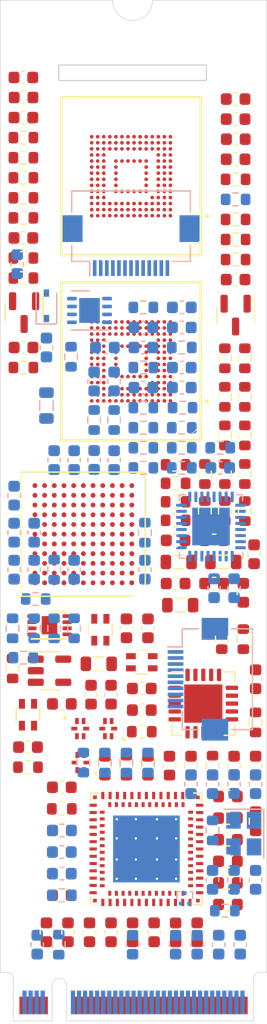
<source format=kicad_pcb>
(kicad_pcb (version 20211014) (generator pcbnew)
  (layers (0 "F.Cu" signal) (1 "In1.Cu" signal) (2 "In2.Cu" signal) (3 "In3.Cu" signal) (4 "In4.Cu" signal) (31 "B.Cu" signal) (34 "B.Paste" user) (35 "F.Paste" user) (36 "B.SilkS" user "B.Silkscreen") (37 "F.SilkS" user "F.Silkscreen") (38 "B.Mask" user) (39 "F.Mask" user) (44 "Edge.Cuts" user))
  (net 0 "")
  (net 1 "/Microntroller & Display/DISP_3V3")
  (net 2 "GND")
  (net 3 "Net-(C5-Pad1)")
  (net 4 "Net-(C6-Pad1)")
  (net 5 "/M.2 Edge & Bridge/U2_1.1V")
  (net 6 "/M.2 Edge & Bridge/U2_RST")
  (net 7 "/EMMC1/+3.3V")
  (net 8 "Net-(C24-Pad1)")
  (net 9 "Net-(C26-Pad1)")
  (net 10 "/M.2 Edge & Bridge/U2_3.3V")
  (net 11 "/M.2 Edge & Bridge/U2_3.3VA")
  (net 12 "Net-(C46-Pad2)")
  (net 13 "Net-(C47-Pad2)")
  (net 14 "/M.2 Edge & Bridge/M2_RX+")
  (net 15 "/M.2 Edge & Bridge/U2_TX+")
  (net 16 "/M.2 Edge & Bridge/M2_RX-")
  (net 17 "/M.2 Edge & Bridge/U2_TX-")
  (net 18 "Net-(C50-Pad1)")
  (net 19 "Net-(C50-Pad2)")
  (net 20 "Net-(C51-Pad1)")
  (net 21 "/Storage Controller/U4_AVDD")
  (net 22 "Net-(C54-Pad1)")
  (net 23 "/Storage Controller/U4_CVDDQ")
  (net 24 "/Storage Controller/U4_RXVDD")
  (net 25 "/Storage Controller/U4_TXVDD")
  (net 26 "Net-(C73-Pad1)")
  (net 27 "Net-(C76-Pad1)")
  (net 28 "Net-(C80-Pad1)")
  (net 29 "Net-(C82-Pad1)")
  (net 30 "Net-(C85-Pad1)")
  (net 31 "Net-(C89-Pad1)")
  (net 32 "Net-(D1-Pad2)")
  (net 33 "/Microntroller & Display/DISP_MISO")
  (net 34 "/Microntroller & Display/DISP_MOSI")
  (net 35 "/Microntroller & Display/DISP_SCK")
  (net 36 "/Microntroller & Display/DISP_RST")
  (net 37 "/Microntroller & Display/MCU_USB_D+")
  (net 38 "/Microntroller & Display/MCU_USB_D-")
  (net 41 "/Microntroller & Display/DISP_DC")
  (net 43 "Net-(J2-Pad11)")
  (net 73 "/M.2 Edge & Bridge/M2_TX-")
  (net 75 "/M.2 Edge & Bridge/M2_TX+")
  (net 76 "Net-(J3-Pad50)")
  (net 77 "Net-(J3-Pad52)")
  (net 78 "Net-(J3-Pad53)")
  (net 79 "Net-(J3-Pad54)")
  (net 80 "Net-(J3-Pad55)")
  (net 92 "Net-(R3-Pad1)")
  (net 93 "Net-(R7-Pad2)")
  (net 94 "/M.2 Edge & Bridge/U2_RX+")
  (net 95 "/M.2 Edge & Bridge/U2_RX-")
  (net 96 "Net-(R14-Pad1)")
  (net 97 "Net-(R15-Pad2)")
  (net 98 "Net-(R16-Pad2)")
  (net 99 "Net-(R17-Pad2)")
  (net 100 "Net-(R19-Pad1)")
  (net 101 "Net-(R20-Pad1)")
  (net 102 "Net-(R24-Pad1)")
  (net 103 "Net-(R26-Pad2)")
  (net 104 "Net-(R27-Pad2)")
  (net 105 "Net-(R28-Pad2)")
  (net 106 "/EMMC1/EMMC_D7")
  (net 107 "/EMMC1/EMMC_D6")
  (net 108 "/EMMC1/EMMC_D5")
  (net 109 "/EMMC1/EMMC_D4")
  (net 110 "/EMMC1/EMMC_D3")
  (net 111 "/EMMC1/EMMC_D2")
  (net 112 "/EMMC1/EMMC_D1")
  (net 113 "/EMMC1/EMMC_D0")
  (net 114 "/EMMC1/CMD")
  (net 115 "/EMMC1/RST")
  (net 116 "Net-(R43-Pad1)")
  (net 117 "/EMMC1/CLK")
  (net 118 "Net-(R44-Pad1)")
  (net 119 "/EMMC2/EMMC_D7")
  (net 120 "/EMMC2/EMMC_D6")
  (net 121 "/EMMC2/EMMC_D5")
  (net 122 "/EMMC2/EMMC_D4")
  (net 123 "/EMMC2/EMMC_D3")
  (net 124 "/EMMC2/EMMC_D2")
  (net 125 "/EMMC2/EMMC_D1")
  (net 126 "/EMMC2/EMMC_D0")
  (net 127 "/EMMC2/CMD")
  (net 128 "/EMMC2/RST")
  (net 129 "Net-(R56-Pad1)")
  (net 130 "/EMMC2/CLK")
  (net 131 "Net-(R57-Pad1)")
  (net 134 "Net-(U1-Pad5)")
  (net 175 "Net-(RN3-Pad4)")
  (net 187 "/M.2 Edge & Bridge/USB1_TX-")
  (net 188 "/M.2 Edge & Bridge/USB1_TX+")
  (net 189 "/M.2 Edge & Bridge/USB1_RX+")
  (net 190 "/M.2 Edge & Bridge/USB1_RX-")
  (net 191 "/M.2 Edge & Bridge/USB1_D+")
  (net 192 "/M.2 Edge & Bridge/USB1_D-")
  (net 198 "/EMMC2/EMMC_D5R")
  (net 199 "/EMMC2/EMMC_D6R")
  (net 206 "/Storage Controller/EMMC2_WP")
  (net 207 "/EMMC2/EMMC_D4R")
  (net 208 "/EMMC2/EMMC_D7R")
  (net 212 "/EMMC2/EMMC_D1R")
  (net 214 "/EMMC2/EMMC_D3R")
  (net 215 "/EMMC2/EMMC_D2R")
  (net 223 "/EMMC2/EMMC_D0R")
  (net 229 "/Storage Controller/EMMC1_WP")
  (net 237 "/EMMC1/EMMC_D6R")
  (net 238 "/EMMC1/EMMC_D7R")
  (net 246 "Net-(U4-PadH11)")
  (net 247 "/EMMC1/EMMC_D5R")
  (net 248 "/EMMC1/EMMC_D3R")
  (net 249 "/EMMC1/EMMC_D4R")
  (net 250 "/EMMC1/EMMC_D1R")
  (net 257 "/EMMC1/EMMC_D2R")
  (net 258 "/EMMC1/EMMC_D0R")
  (net 499 "Net-(RN3-Pad3)")
  (net 500 "Net-(R25-Pad2)")
  (net 501 "Net-(R24-Pad2)")
  (net 502 "Net-(R22-Pad1)")
  (net 503 "Net-(R21-Pad1)")
  (net 504 "Net-(R18-Pad2)")
  (net 505 "Net-(R18-Pad1)")
  (net 506 "Net-(L4-Pad2)")
  (net 507 "Net-(L4-Pad1)")
  (net 508 "Net-(L3-Pad2)")
  (net 509 "Net-(L3-Pad1)")
  (net 510 "Net-(L2-Pad4)")
  (net 511 "Net-(L2-Pad3)")
  (net 512 "Net-(L2-Pad2)")
  (net 513 "Net-(L2-Pad1)")
  (net 514 "Net-(C55-Pad1)")
  (net 515 "Net-(C47-Pad1)")
  (net 516 "Net-(C46-Pad1)")
  (footprint "Capacitor_SMD:C_0603_1608Metric" (layer "F.Cu") (at 216.408 134.62 -90)
    (fp_text reference "C31" hide)
    (fp_text value "10nF" hide)
  )
  (footprint "Resistor_SMD:R_0603_1608Metric" (layer "F.Cu") (at 202.057 74.168)
    (fp_text reference "R48" hide)
    (fp_text value "10K" hide)
  )
  (footprint "Resistor_SMD:R_0603_1608Metric" (layer "F.Cu") (at 202.438 121.031 180)
    (fp_text reference "R23" hide)
    (fp_text value "0" hide)
  )
  (footprint "Resistor_SMD:R_0603_1608Metric" (layer "F.Cu") (at 220.345 90.551 -90)
    (fp_text reference "R72" hide)
    (fp_text value "0" hide)
  )
  (footprint "Package_BGA:BGA153N50P14X14_1150X1300X100" (layer "F.Cu") (at 210.947 87.63 180)
    (fp_text reference "U5" hide)
    (fp_text value "MTFC32GAZAQHD-AAT" hide)
  )
  (footprint "Resistor_SMD:R_0603_1608Metric" (layer "F.Cu") (at 201.168 109.601 -90)
    (fp_text reference "R27" hide)
    (fp_text value "10K" hide)
  )
  (footprint "Resistor_SMD:R_0603_1608Metric" (layer "F.Cu") (at 219.583 79.248)
    (fp_text reference "R43" hide)
    (fp_text value "22" hide)
  )
  (footprint "Capacitor_SMD:C_0603_1608Metric" (layer "F.Cu") (at 214.63 102.362)
    (fp_text reference "C59" hide)
    (fp_text value "0.1uF" hide)
  )
  (footprint "Capacitor_SMD:C_0603_1608Metric" (layer "F.Cu") (at 211.836 114.554 180)
    (fp_text reference "C14" hide)
    (fp_text value "0.1uF" hide)
  )
  (footprint "Capacitor_SMD:C_0603_1608Metric" (layer "F.Cu") (at 218.948 125.222)
    (fp_text reference "C27" hide)
    (fp_text value "10nF" hide)
  )
  (footprint "Capacitor_SMD:C_0603_1608Metric" (layer "F.Cu") (at 207.645 115.062 90)
    (fp_text reference "C46" hide)
    (fp_text value "0.1uF" hide)
  )
  (footprint "Package_DFN_QFN:Texas_S-PWQFN-N100_EP5.5x5.5mm_ThermalVias" (layer "F.Cu") (at 212.217 127.762 90)
    (fp_text reference "U2" hide)
    (fp_text value "TUSB7320" hide)
  )
  (footprint "Resistor_SMD:R_0603_1608Metric" (layer "F.Cu") (at 219.583 74.295 180)
    (fp_text reference "R54" hide)
    (fp_text value "10K" hide)
  )
  (footprint "Resistor_SMD:R_0603_1608Metric" (layer "F.Cu") (at 214.63 99.187)
    (fp_text reference "R60" hide)
    (fp_text value "0" hide)
  )
  (footprint "Resistor_SMD:R_0603_1608Metric" (layer "F.Cu") (at 220.345 93.726 90)
    (fp_text reference "R70" hide)
    (fp_text value "0" hide)
  )
  (footprint "Resistor_SMD:R_0603_1608Metric" (layer "F.Cu") (at 202.057 69.215)
    (fp_text reference "R46" hide)
    (fp_text value "10K" hide)
  )
  (footprint "Capacitor_SMD:C_0603_1608Metric" (layer "F.Cu") (at 221.234 113.792 90)
    (fp_text reference "C26" hide)
    (fp_text value "10nF" hide)
  )
  (footprint "Resistor_SMD:R_0603_1608Metric" (layer "F.Cu") (at 220.345 87.376 90)
    (fp_text reference "R67" hide)
    (fp_text value "0" hide)
  )
  (footprint "Resistor_SMD:R_0603_1608Metric" (layer "F.Cu") (at 217.043 96.901 90)
    (fp_text reference "R64" hide)
    (fp_text value "0" hide)
  )
  (footprint "Capacitor_SMD:C_0603_1608Metric" (layer "F.Cu") (at 218.948 132.334)
    (fp_text reference "C30" hide)
    (fp_text value "10nF" hide)
  )
  (footprint "Resistor_SMD:R_0603_1608Metric" (layer "F.Cu") (at 218.694 96.901 90)
    (fp_text reference "R65" hide)
    (fp_text value "0" hide)
  )
  (footprint "Capacitor_SMD:C_0603_1608Metric" (layer "F.Cu") (at 207.518 134.62 -90)
    (fp_text reference "C21" hide)
    (fp_text value "0.1uF" hide)
  )
  (footprint "Resistor_SMD:R_0603_1608Metric" (layer "F.Cu") (at 202.057 72.517)
    (fp_text reference "R55" hide)
    (fp_text value "50K" hide)
  )
  (footprint "Capacitor_SMD:C_0603_1608Metric" (layer "F.Cu") (at 205.74 134.62 90)
    (fp_text reference "C49" hide)
    (fp_text value "0.1uF" hide)
  )
  (footprint "Package_TO_SOT_SMD:SOT-23-5" (layer "F.Cu") (at 204.216 113.091)
    (fp_text reference "U8" hide)
    (fp_text value "TLV75512PDBV" hide)
  )
  (footprint "Resistor_SMD:R_0603_1608Metric" (layer "F.Cu") (at 220.345 96.901 90)
    (fp_text reference "R68" hide)
    (fp_text value "0" hide)
  )
  (footprint "Capacitor_SMD:C_0603_1608Metric" (layer "F.Cu") (at 205.232 128.016 180)
    (fp_text reference "C20" hide)
    (fp_text value "0.1uF" hide)
  )
  (footprint "Capacitor_SMD:C_0603_1608Metric" (layer "F.Cu") (at 205.232 115.824 180)
    (fp_text reference "C53" hide)
    (fp_text value "0.1uF" hide)
  )
  (footprint "Capacitor_SMD:C_0603_1608Metric" (layer "F.Cu") (at 202.057 77.47)
    (fp_text reference "C85" hide)
    (fp_text value "1uF" hide)
  )
  (footprint "Inductor_SMD:L_0805_2012Metric" (layer "F.Cu") (at 208.28 112.522)
    (fp_text reference "L5" hide)
    (fp_text value "600 @ 2A" hide)
  )
  (footprint "Resistor_SMD:R_0603_1608Metric" (layer "F.Cu") (at 219.583 75.946 180)
    (fp_text reference "R53" hide)
    (fp_text value "10K" hide)
  )
  (footprint "Package_BGA:BGA153N50P14X14_1150X1300X100" (layer "F.Cu") (at 210.947 72.39 180)
    (fp_text reference "U11" hide)
    (fp_text value "MTFC32GAZAQHD-AAT" hide)
  )
  (footprint "Libraries:NGFF_M" (layer "F.Cu") (at 211.152 141.917047)
    (fp_text reference "J3" hide)
    (fp_text value "Bus_M.2_Socket_M" hide)
    (fp_line (start -9.925 -3.5) (end -9.925 0) (layer "Edge.Cuts") (width 0.05))
    (fp_line (start -5.525 -2.9) (end -5.525 0) (layer "Edge.Cuts") (width 0.05))
    (fp_line (start -9.925 0) (end -6.725 0) (layer "Edge.Cuts") (width 0.05))
    (fp_line (start 0 0) (end 9.925 0) (layer "Edge.Cuts") (width 0.05))
    (fp_line (start 10.425 -4) (end 11 -4) (layer "Edge.Cuts") (width 0.05))
    (fp_line (start -5.525 0) (end 0 0) (layer "Edge.Cuts") (width 0.05))
    (fp_line (start -6.725 0) (end -6.725 -2.9) (layer "Edge.Cuts") (width 0.05))
    (fp_line (start 9.925 0) (end 9.925 -3.5) (layer "Edge.Cuts") (width 0.05))
    (fp_line (start -11 -4) (end -10.425 -4) (layer "Edge.Cuts") (width 0.05))
    (fp_arc (start 9.925 -3.5) (mid 10.071447 -3.853553) (end 10.425 -4) (layer "Edge.Cuts") (width 0.05))
    (fp_arc (start -6.725 -2.9) (mid -6.125 -3.5) (end -5.525 -2.9) (layer "Edge.Cuts") (width 0.05))
    (fp_arc (start -10.425 -4) (mid -10.071447 -3.853553) (end -9.925 -3.5) (layer "Edge.Cuts") (width 0.05))
  )
  (footprint "Capacitor_SMD:C_0603_1608Metric" (layer "F.Cu") (at 205.232 122.682 180)
    (fp_text reference "C34" hide)
    (fp_text value "22uF" hide)
  )
  (footprint "Capacitor_SMD:C_0603_1608Metric" (layer "F.Cu") (at 212.344 120.904 90)
    (fp_text reference "C25" hide)
    (fp_text value "22uF" hide)
  )
  (footprint "Capacitor_SMD:C_0603_1608Metric" (layer "F.Cu") (at 218.948 128.778)
    (fp_text reference "C13" hide)
    (fp_text value "0.1uF" hide)
  )
  (footprint "Resistor_SMD:R_0603_1608Metric" (layer "F.Cu") (at 218.694 87.376 90)
    (fp_text reference "R73" hide)
    (fp_text value "0" hide)
  )
  (footprint "Capacitor_SMD:C_0603_1608Metric" (layer "F.Cu") (at 212.852 134.62 -90)
    (fp_text reference "C15" hide)
    (fp_text value "0.1uF" hide)
  )
  (footprint "Capacitor_SMD:C_0603_1608Metric" (layer "F.Cu") (at 211.074 134.62 -90)
    (fp_text reference "C17" hide)
    (fp_text value "0.1uF" hide)
  )
  (footprint "Capacitor_SMD:C_0603_1608Metric" (layer "F.Cu") (at 220.218 106.68 -90)
    (fp_text reference "C57" hide)
    (fp_text value "0.1uF" hide)
  )
  (footprint "Resistor_SMD:R_0603_1608Metric" (layer "F.Cu") (at 219.583 72.644)
    (fp_text reference "R56" hide)
    (fp_text value "22" hide)
  )
  (footprint "Capacitor_SMD:C_0603_1608Metric" (layer "F.Cu") (at 202.438 119.38)
    (fp_text reference "C54" hide)
    (fp_text value "10uF" hide)
  )
  (footprint "Capacitor_SMD:C_0603_1608Metric" (layer "F.Cu") (at 212.344 109.601 -90)
    (fp_text reference "C61" hide)
    (fp_text value "0.1uF" hide)
  )
  (footprint "Resistor_SMD:R_0603_1608Metric" (layer "F.Cu") (at 218.694 99.949 90)
    (fp_text reference "R62" hide)
    (fp_text value "0" hide)
  )
  (footprint "Capacitor_SMD:C_0603_1608Metric" (layer "F.Cu") (at 209.296 115.062 90)
    (fp_text reference "C47" hide)
    (fp_text value "0.1uF" hide)
  )
  (footprint "Resistor_SMD:R_0603_1608Metric" (layer "F.Cu") (at 205.232 126.238)
    (fp_text reference "R11" hide)
    (fp_text value "0" hide)
  )
  (footprint "Inductor_SMD:L_0805_2012Metric" (layer "F.Cu") (at 214.884 104.14 180)
    (fp_text reference "L7" hide)
    (fp_text value "600 @ 2A" hide)
  )
  (footprint "Capacitor_SMD:C_0603_1608Metric" (layer "F.Cu") (at 202.057 64.262 180)
    (fp_text reference "C83" hide)
    (fp_text value "4.7uF" hide)
  )
  (footprint "Resistor_SMD:R_0603_1608Metric" (layer "F.Cu") (at 221.234 117.348 90)
    (fp_text reference "R6" hide)
    (fp_text value "4.7K" hide)
  )
  (footprint "Resistor_SMD:R_0603_1608Metric" (layer "F.Cu") (at 201.168 112.903 -90)
    (fp_text reference "R30" hide)
    (fp_text value "0" hide)
  )
  (footprint "Capacitor_SMD:C_0603_1608Metric" (layer "F.Cu") (at 219.583 80.899)
    (fp_text reference "C76" hide)
    (fp_text value "1uF" hide)
  )
  (footprint "Capacitor_SMD:C_0603_1608Metric" (layer "F.Cu") (at 221.107 103.505 -90)
    (fp_text reference "C56" hide)
    (fp_text value "10nF" hide)
  )
  (footprint "Capacitor_SMD:C_0603_1608Metric" (layer "F.Cu") (at 218.948 127)
    (fp_text reference "C9" hide)
    (fp_text value "0.1uF" hide)
  )
  (footprint "Capacitor_SMD:C_0603_1608Metric" (layer "F.Cu") (at 202.057 67.564)
    (fp_text reference "C88" hide)
    (fp_text value "2.2uF" hide)
  )
  (footprint "Resistor_SMD:R_0603_1608Metric" (layer "F.Cu") (at 202.057 70.866)
    (fp_text reference "R51" hide)
    (fp_text value "10K" hide)
  )
  (footprint "Capacitor_SMD:C_0603_1608Metric" (layer "F.Cu") (at 218.948 130.556)
    (fp_text reference "C10" hide)
    (fp_text value "0.1uF" hide)
  )
  (footprint "Resistor_SMD:R_0603_1608Metric" (layer "F.Cu") (at 221.234 125.476 90)
    (fp_text reference "R18" hide)
    (fp_text value "9.09K" hide)
  )
  (footprint "Resistor_SMD:R_0603_1608Metric" (layer "F.Cu") (at 211.836 118.11)
    (fp_text reference "R5" hide)
    (fp_text value "0" hide)
  )
  (footprint "Capacitor_SMD:C_0603_1608Metric" (layer "F.Cu") (at 210.566 109.601 -90)
    (fp_text reference "C60" hide)
    (fp_text value "22uF" hide)
  )
  (footprint "Capacitor_SMD:C_0603_1608Metric" (layer "F.Cu") (at 219.596 69.342)
    (fp_text reference "C84" hide)
    (fp_text value "1uF" hide)
  )
  (footprint "Capacitor_SMD:C_0603_1608Metric" (layer "F.Cu") (at 218.948 123.444)
    (fp_text reference "C16" hide)
    (fp_text value "0.1uF" hide)
  )
  (footprint "Package_DFN_QFN:DFN-8-1EP_3x2mm_P0.5mm_EP1.3x1.5mm" (layer "F.Cu") (at 204.216 109.347)
    (fp_text reference "U9" hide)
    (fp_text value "24CS256" hide)
  )
  (footprint "Capacitor_SMD:C_0603_1608Metric" (layer "F.Cu") (at 211.836 116.332 180)
    (fp_text reference "C32" hide)
    (fp_text value "10nF" hide)
  )
  (footprint "Package_BGA:TFBGA-121_10x10mm_Layout11x11_P0.8mm" (layer "F.Cu") (at 207.01 101.854 180)
    (fp_text reference "U4" hide)
    (fp_text value "﻿CYUSB3025" hide)
  )
  (footprint "Resistor_SMD:R_0603_1608Metric" (layer "F.Cu") (at 214.63 96.139)
    (fp_text reference "R59" hide)
    (fp_text value "0" hide)
  )
  (footprint "Capacitor_SMD:C_0603_1608Metric" (layer "F.Cu") (at 214.63 134.629 -90)
    (fp_text reference "C8" hide)
    (fp_text value "22uF" hide)
  )
  (footprint "Capacitor_SMD:C_0603_1608Metric" (layer "F.Cu") (at 219.583 70.993)
    (fp_text reference "C82" hide)
    (fp_text value "0.1uF" hide)
  )
  (footprint "Resistor_SMD:R_0603_1608Metric" (layer "F.Cu") (at 217.043 99.949 90)
    (fp_text reference "R63" hide)
    (fp_text value "0" hide)
  )
  (footprint "Resistor_SMD:R_0603_1608Metric" (layer "F.Cu") (at 202.057 88.138)
    (fp_text reference "R45" hide)
    (fp_text value "0" hide)
  )
  (footprint "Inductor_SMD:L_0805_2012Metric" (layer "F.Cu") (at 215.011 107.696 180)
    (fp_text reference "L8" hide)
    (fp_text value "600 @ 2A" hide)
  )
  (footprint "Resistor_SMD:R_0603_1608Metric" (layer "F.Cu") (at 218.694 90.551 90)
    (fp_text reference "R71" hide)
    (fp_text value "0" hide)
  )
  (footprint "Resistor_SMD:R_0603_1608Metric" (layer "F.Cu") (at 214.63 97.663)
    (fp_text reference "R58" hide)
    (fp_text value "0" hide)
  )
  (footprint "Capacitor_SMD:C_0603_1608Metric" (layer "F.Cu") (at 205.232 129.794 180)
    (fp_text reference "C12" hide)
    (fp_text value "0.1uF" hide)
  )
  (footprint "Capacitor_SMD:C_0603_1608Metric" (layer "F.Cu") (at 219.456 120.904 -90)
    (fp_text reference "C22" hide)
    (fp_text value "0.1uF" hide)
  )
  (footprint "Capacitor_SMD:C_0603_1608Metric" (layer "F.Cu") (at 202.07 86.487)
    (fp_text reference "C86" hide)
    (fp_text value "1uF" hide)
  )
  (footprint "Package_TO_SOT_SMD:SOT-23" (layer "F.Cu") (at 202.118 83.6145 -90)
    (fp_text reference "U12" hide)
    (fp_text value "APE8865N-18-HF-3" hide)
  )
  (footprint "Libraries:FIL_LCFE121002A900TG" (layer "F.Cu") (at 206.756 117.856)
    (fp_text reference "L4" hide)
    (fp_text value "LCFE121002" hide)
  )
  (footprint "Libraries:FIL_LCFE121002A900TG" (layer "F.Cu") (at 209.066 117.856 180)
    (fp_text reference "L3" hide)
    (fp_text value "LCFE121002" hide)
  )
  (footprint "Resistor_SMD:R_0603_1608Metric" (layer "F.Cu") (at 205.232 124.46)
    (fp_text reference "R12" hide)
    (fp_text value "0" hide)
  )
  (footprint "Package_DFN_QFN:Texas_S-PVQFN-N20_EP3.15x3.15mm" (layer "F.Cu") (at 216.916 115.796)
    (fp_text reference "U6" hide)
    (fp_text value "TPS74401_VQFN" hide)
  )
  (footprint "Capacitor_SMD:C_0603_1608Metric" (layer "F.Cu") (at 221.234 120.904 -90)
    (fp_text reference "C24" hide)
    (fp_text value "10uF" hide)
  )
  (footprint "Resistor_SMD:R_0603_1608Metric" (layer "F.Cu") (at 220.218 110.49 90)
    (fp_text reference "R9" hide)
    (fp_text value "4.99K" hide)
  )
  (footprint "Resistor_SMD:R_Array_Convex_2x0603" (layer "F.Cu") (at 208.415 109.717 -90)
    (fp_text reference "RN2" hide)
    (fp_text value "0" hide)
  )
  (footprint "Capacitor_SMD:C_0603_1608Metric" (layer "F.Cu") (at 214.63 105.918)
    (fp_text reference "C58" hide)
    (fp_text value "22uF" hide)
  )
  (footprint "Libraries:FIL_LCFE121002A900TG" (layer "F.Cu") (at 206.78 120.65 180)
    (fp_text reference "L2" hide)
    (fp_text value "LCFE121002" hide)
  )
  (footprint "Resistor_SMD:R_Array_Convex_2x0603" (layer "F.Cu") (at 211.836 112.395)
    (fp_text reference "RN3" hide)
    (fp_text value "0" hide)
  )
  (footprint "Capacitor_SMD:C_0603_1608Metric" (layer "F.Cu") (at 219.583 66.04)
    (fp_text reference "C89" hide)
    (fp_text value "0.1uF" hide)
  )
  (footprint "Resistor_SMD:R_0603_1608Metric" (layer "F.Cu") (at 220.345 99.949 90)
    (fp_text reference "R66" hide)
    (fp_text value "0" hide)
  )
  (footprint "Resistor_SMD:R_0603_1608Metric" (layer "F.Cu") (at 218.44 110.49 -90)
    (fp_text reference "R7" hide)
    (fp_text value "1.87K" hide)
  )
  (footprint "Resistor_SMD:R_0603_1608Metric" (layer "F.Cu") (at 202.057 79.121)
    (fp_text reference "R47" hide)
    (fp_text value "10K" hide)
  )
  (footprint "Capacitor_SMD:C_0603_1608Metric" (layer "F.Cu") (at 208.788 120.904 90)
    (fp_text reference "C28" hide)
    (fp_text value "10nF" hide)
  )
  (footprint "Resistor_SMD:R_0603_1608Metric" (layer "F.Cu") (at 210.566 120.904 -90)
    (fp_text reference "R15" hide)
    (fp_text value "10K" hide)
  )
  (footprint "Resistor_SMD:R_0603_1608Metric" (layer "F.Cu") (at 219.583 77.597 180)
    (fp_text reference "R52" hide)
    (fp_text value "10K" hide)
  )
  (footprint "Capacitor_SMD:C_0603_1608Metric" (layer "F.Cu") (at 202.07 65.913)
    (fp_text reference "C87" hide)
    (fp_text value "0.1uF" hide)
  )
  (footprint "Resistor_SMD:R_0603_1608Metric" (layer "F.Cu") (at 202.057 80.772)
    (fp_text reference "R49" hide)
    (fp_text value "10K" hide)
  )
  (footprint "Resistor_SMD:R_0603_1608Metric" (layer "F.Cu") (at 214.63 100.711)
    (fp_text reference "R61" hide)
    (fp_text value "0" hide)
  )
  (footprint "Capacitor_SMD:C_0603_1608Metric" (layer "F.Cu") (at 217.805 105.918)
    (fp_text reference "C68" hide)
    (fp_text value "0.1uF" hide)
  )
  (footprint "Capacitor_SMD:C_0603_1608Metric" (layer "F.Cu") (at 219.583 67.691)
    (fp_text reference "C90" hide)
    (fp_text value "2.2uF" hide)
  )
  (footprint "Package_TO_SOT_SMD:SOT-23" (layer "F.Cu") (at 219.583 83.82 -90)
    (fp_text reference "U10" hide)
    (fp_text value "APE8865N-18-HF-3" hide)
  )
  (footprint "Resistor_SMD:R_0603_1608Metric" (layer "F.Cu") (at 202.057 75.819)
    (fp_text reference "R50" hide)
    (fp_text value "10K" hide)
  )
  (footprint "Inductor_SMD:L_0805_2012Metric" (layer "F.Cu") (at 218.567 104.14)
    (fp_text reference "L6" hide)
    (fp_text value "600 @ 2A" hide)
  )
  (footprint "Resistor_SMD:R_0603_1608Metric" (layer "F.Cu") (at 218.694 93.726 90)
    (fp_text reference "R69" hide)
    (fp_text value "0" hide)
  )
  (footprint "Capacitor_SMD:C_0603_1608Metric" (layer "F.Cu") (at 203.962 134.62 90)
    (fp_text reference "C48" hide)
    (fp_text value "0.1uF" hide)
  )
  (footprint "Capacitor_SMD:C_0603_1608Metric" (layer "F.Cu") (at 209.296 134.62 -90)
    (fp_text reference "C33" hide)
    (fp_text value "10nF" hide)
  )
  (footprint "Capacitor_SMD:C_0603_1608Metric" (layer "F.Cu") (at 215.9 120.904 90)
    (fp_text reference "C29" hide)
    (fp_text value "10nF" hide)
  )
  (footprint "Resistor_SMD:R_Array_Convex_2x0603" (layer "F.Cu") (at 202.438 116.713 -90)
    (fp_text reference "RN1" hide)
    (fp_text value "R_Pack02" hide)
  )
  (footprint "Capacitor_SMD:C_0603_1608Metric" (layer "F.Cu") (at 205.232 131.572 180)
    (fp_text reference "C18" hide)
    (fp_text value "0.1uF" hide)
  )
  (footprint "Resistor_SMD:R_0603_1608Metric" (layer "F.Cu") (at 217.678 120.904 90)
    (fp_text reference "R8" hide)
    (fp_text value "10K" hide)
  )
  (footprint "Capacitor_SMD:C_0603_1608Metric" (layer "F.Cu") (at 217.805 102.362)
    (fp_text reference "C70" hide)
    (fp_text value "10nF" hide)
  )
  (footprint "Capacitor_SMD:C_0603_1608Metric" (layer "F.Cu") (at 214.122 120.904 90)
    (fp_text reference "C11" hide)
    (fp_text value "0.1uF" hide)
  )
  (footprint "Package_DFN_QFN:DFN-8-1EP_3x3mm_P0.65mm_EP1.7x2.05mm" (layer "B.Cu") (at 207.518 83.439 180)
    (fp_text reference "U3" hide)
    (fp_text value "STLD40DPUR" hide)
  )
  (footprint "Capacitor_SMD:C_0603_1608Metric" (layer "B.Cu") (at 215.138 88.138 180)
    (fp_text reference "C80" hide)
    (fp_text value "0.1uF" hide)
  )
  (footprint "Capacitor_SMD:C_0603_1608Metric" (layer "B.Cu") (at 216.408 135.636 90)
    (fp_text reference "C36" hide)
    (fp_text value "0.1uF" hide)
  )
  (footprint "Capacitor_SMD:C_0603_1608Metric" (layer "B.Cu") (at 217.678 130.302 -90)
    (fp_text reference "C40" hide)
    (fp_text value "0.1uF" hide)
  )
  (footprint "Resistor_SMD:R_0603_1608Metric" (layer "B.Cu") (at 207.01 120.65 90)
    (fp_text reference "R1" hide)
    (fp_text value "0" hide)
  )
  (footprint "Resistor_SMD:R_0603_1608Metric" (layer "B.Cu") (at 209.55 92.456 90)
    (fp_text reference "R42" hide)
    (fp_text value "50K" hide)
  )
  (footprint "Capacitor_SMD:C_0603_1608Metric" (layer "B.Cu") (at 211.963 84.836)
    (fp_text reference "C4" hide)
    (fp_text value "1uF" hide)
  )
  (footprint "Capacitor_SMD:C_0603_1608Metric" (layer "B.Cu") (at 221.234 122.428 90)
    (fp_text reference "C50" hide)
    (fp_text value "18pF" hide)
  )
  (footprint "Capacitor_SMD:C_0603_1608Metric" (layer "B.Cu") (at 207.899 95.745 90)
    (fp_text reference "C64" hide)
    (fp_text value "0.1uF" hide)
  )
  (footprint "Capacitor_SMD:C_0603_1608Metric" (layer "B.Cu") (at 205.245 126.238 180)
    (fp_text reference "C44" hide)
    (fp_text value "10nF" hide)
  )
  (footprint "Capacitor_SMD:C_0603_1608Metric" (layer "B.Cu") (at 219.456 106.299 -90)
    (fp_text reference "C3" hide)
    (fp_text value "0.1uF" hide)
  )
  (footprint "Resistor_SMD:R_0603_1608Metric" (layer "B.Cu") (at 215.138 93.091 180)
    (fp_text reference "R40" hide)
    (fp_text value "10K" hide)
  )
  (footprint "Connector_FFC-FPC:Hirose_FH12-10S-0.5SH_1x10-1MP_P0.50mm_Horizontal" (layer "B.Cu") (at 216.474 113.792 -90)
    (fp_text reference "J1" hide)
    (fp_text value "Conn_01x10" hide)
  )
  (footprint "Resistor_SMD:R_0603_1608Metric" (layer "B.Cu") (at 218.313 94.742 180)
    (fp_text reference "R38" hide)
    (fp_text value "10K" hide)
  )
  (footprint "Capacitor_SMD:C_0603_1608Metric" (layer "B.Cu") (at 219.456 122.415 90)
    (fp_text reference "C38" hide)
    (fp_text value "0.1uF" hide)
  )
  (footprint "Capacitor_SMD:C_0603_1608Metric" (layer "B.Cu") (at 205.232 128.016 180)
    (fp_text reference "C45" hide)
    (fp_text value "22uF" hide)
  )
  (footprint "Resistor_SMD:R_0603_1608Metric" (layer "B.Cu") (at 219.583 74.295)
    (fp_text reference "R57" hide)
    (fp_text value "50K" hide)
  )
  (footprint "Capacitor_SMD:C_0603_1608Metric" (layer "B.Cu") (at 215.9 122.428 90)
    (fp_text reference "C41" hide)
    (fp_text value "0.1uF" hide)
  )
  (footprint "Capacitor_SMD:C_0603_1608Metric" (layer "B.Cu") (at 201.295 104.775 -90)
    (fp_text reference "C55" hide)
    (fp_text value "10uF" hide)
  )
  (footprint "Capacitor_SMD:C_0603_1608Metric" (layer "B.Cu") (at 202.946 101.727 -90)
    (fp_text reference "C63" hide)
    (fp_text value "0.1uF" hide)
  )
  (footprint "Capacitor_SMD:C_0603_1608Metric" (layer "B.Cu") (at 209.55 95.758 90)
    (fp_text reference "C72" hide)
    (fp_text value "10nF" hide)
  )
  (footprint "Resistor_SMD:R_0603_1608Metric" (layer "B.Cu") (at 218.694 132.842)
    (fp_text reference "R14" hide)
    (fp_text value "4.7K" hide)
  )
  (footprint "Capacitor_SMD:C_0603_1608Metric" (layer "B.Cu") (at 203.2 135.636 90)
    (fp_text reference "C35" hide)
    (fp_text value "0.1uF" hide)
  )
  (footprint "Inductor_SMD:L_0805_2012Metric" (layer "B.Cu") (at 203.962 91.2665 -90)
    (fp_text reference "L1" hide)
    (fp_text value "4.7uH" hide)
  )
  (footprint "Capacitor_SMD:C_0603_1608Metric" (layer "B.Cu") (at 209.55 89.281 -90)
    (fp_text reference "C73" hide)
    (fp_text value "0.1uF" hide)
  )
  (footprint "Resistor_SMD:R_0603_1608Metric" (layer "B.Cu") (at 204.597 104.775 -90)
    (fp_text reference "R21" hide)
    (fp_text value "6.04K" hide)
  )
  (footprint "Crystal:Crystal_SMD_3225-4Pin_3.2x2.5mm" (layer "B.Cu") (at 220.257 126.492 -90)
    (fp_text reference "Y1" hide)
    (fp_text value "48MHz" hide)
  )
  (footprint "Inductor_SMD:L_0603_1608Metric" (layer "B.Cu") (at 211.074 135.636 90)
    (fp_text reference "FB1" hide)
    (fp_text value "220 @ 100MHz" hide)
  )
  (footprint "Resistor_SMD:R_0603_1608Metric" (layer "B.Cu") (at 203.073 107.188 180)
    (fp_text reference "R28" hide)
    (fp_text value "10K" hide)
  )
  (footprint "Capacitor_SMD:C_0603_1608Metric" (layer "B.Cu") (at 215.138 83.185)
    (fp_text reference "C7" hide)
    (fp_text value "1uF" hide)
  )
  (footprint "Capacitor_SMD:C_0603_1608Metric" (layer "B.Cu") (at 211.963 89.789)
    (fp_text reference "C79" hide)
    (fp_text value "2.2uF" hide)
  )
  (footprint "Resistor_SMD:R_0603_1608Metric" (layer "B.Cu") (at 215.138 86.487 180)
    (fp_text reference "R44" hide)
    (fp_text value "50K" hide)
  )
  (footprint "Resistor_SMD:R_0603_1608Metric" (layer "B.Cu") (at 215.138 94.742 180)
    (fp_text reference "R34" hide)
    (fp_text value "10K" hide)
  )
  (footprint "Capacitor_SMD:C_0603_1608Metric" (layer "B.Cu") (at 201.549 79.629 90)
    (fp_text reference "C2" hide)
    (fp_text value "0.1uF" hide)
  )
  (footprint "Capacitor_SMD:C_0603_1608Metric" (layer "B.Cu") (at 219.964 135.636 90)
    (fp_text reference "C37" hide)
    (fp_text value "0.1uF" hide)
  )
  (footprint "Capacitor_SMD:C_0603_1608Metric" (layer "B.Cu") (at 204.597 95.758 90)
    (fp_text reference "C67" hide)
    (fp_text value "0.1uF" hide)
  )
  (footprint "Resistor_SMD:R_0603_1608Metric" (layer "B.Cu") (at 210.566 120.65 -90)
    (fp_text reference "R16" hide)
    (fp_text value "10K" hide)
  )
  (footprint "Capacitor_SMD:C_0603_1608Metric" (layer "B.Cu") (at 212.09 104.775 -90)
    (fp_text reference "C66" hide)
    (fp_text value "0.1uF" hide)
  )
  (footprint "Resistor_SMD:R_0603_1608Metric" (layer "B.Cu") (at 205.232 131.572)
    (fp_text reference "R17" hide)
    (fp_text value "10K" hide)
  )
  (footprint "Resistor_SMD:R_0603_1608Metric" (layer "B.Cu") (at 204.978 135.636 90)
    (fp_text reference "R10" hide)
    (fp_text value "0" hide)
  )
  (footprint "Capacitor_SMD:C_0603_1608Metric" (layer "B.Cu") (at 218.186 135.636 90)
    (fp_text reference "C23" hide)
    (fp_text value "10uF" hide)
  )
  (footprint "Package_DFN_QFN:QFN-32-1EP_5x5mm_P0.5mm_EP3.1x3.1mm" (layer "B.Cu") (at 217.551 101.219 90)
    (fp_text reference "U1" hide)
    (fp_text value "ATmega8U2-M" hide)
  )
  (footprint "Capacitor_SMD:C_0603_1608Metric" (layer "B.Cu") (at 201.295 101.727 -90)
    (fp_text reference "C69" hide)
    (fp_text value "10nF" hide)
  )
  (footprint "Capacitor_SMD:C_0603_1608Metric" (layer "B.Cu") (at 221.234 130.302 -90)
    (fp_text reference "C51" hide)
    (fp_text value "18pF" hide)
  )
  (footprint "Resistor_SMD:R_0603_1608Metric" (layer "B.Cu") (at 212.344 120.65 90)
    (fp_text reference "R20" hide)
    (fp_text value "0" hide)
  )
  (footprint "Capacitor_SMD:C_0603_1608Metric" (layer "B.Cu") (at 205.232 129.794 180)
    (fp_text reference "C19" hide)
    (fp_text value "0.1uF" hide)
  )
  (footprint "Resistor_SMD:R_0603_1608Metric" (layer "B.Cu") (at 202.057 112.014 180)
    (fp_text reference "R29" hide)
    (fp_text value "0" hide)
  )
  (footprint "Resistor_SMD:R_0603_1608Metric" (layer "B.Cu") (at 201.168 109.601 -90)
    (fp_text reference "R31" hide)
    (fp_text value "0" hide)
  )
  (footprint "Resistor_SMD:R_0603_1608Metric" (layer "B.Cu") (at 202.946 109.601 -90)
    (fp_text reference "R26" hide)
    (fp_text value "10K" hide)
  )
  (footprint "Capacitor_SMD:C_0603_1608Metric" (layer "B.Cu") (at 211.963 86.487)
    (fp_text reference "C77" hide)
    (fp_text value "1uF" hide)
  )
  (footprint "Capacitor_SMD:C_0603_1608Metric" (layer "B.Cu") (at 207.899 89.281 -90)
    (fp_text reference "C75" hide)
    (fp_text value "1uF" hide)
  )
  (footprint "Resistor_SMD:R_0603_1608Metric" (layer "B.Cu") (at 211.963 96.393)
    (fp_text reference "R37" hide)
    (fp_text value "10K" hide)
  )
  (footprint "Resistor_SMD:R_0603_1608Metric" (layer "B.Cu") (at 212.09 101.727 90)
    (fp_text reference "R22" hide)
    (fp_text value "200" hide)
  )
  (footprint "Capacitor_SMD:C_0603_1608Metric" (layer "B.Cu") (at 214.63 135.636 -90)
    (fp_text reference "C43" hide)
    (fp_text value "10nF" hide)
  )
  (footprint "Capacitor_SMD:C_0603_1608Metric" (layer "B.Cu") (at 201.295 98.679 90)
    (fp_text reference "C71" hide)
    (fp_text value "10nF" hide)
  )
  (footprint "Resistor_SMD:R_0603_1608Metric" (layer "B.Cu") (at 217.678 126.238 -90)
    (fp_text reference "R13" hide)
    (fp_text value "1M" hide)
  )
  (footprint "Resistor_SMD:R_0603_1608Metric" (layer "B.Cu") (at 215.138 96.393)
    (fp_text reference "R2" hide)
    (fp_text value "10K" hide)
  )
  (footprint "Diode_SMD:D_SOD-323" (layer "B.Cu") (at 203.962 83.058 90)
    (fp_text reference "D1" hide)
    (fp_text value "NSR0340HT1G" hide)
  )
  (footprint "Package_TO_SOT_SMD:Texas_DRT-3" (layer "B.Cu") (at 215.392 131.826 180)
    (fp_text reference "U7" hide)
    (fp_text value "TPD2EUSB30" hide)
  )
  (footprint "Capacitor_SMD:C_0603_1608Metric" (layer "B.Cu") (at 217.805 106.299 -90)
    (fp_text reference "C1" hide)
    (fp_text value "0.1uF" hide)
  )
  (footprint "Resistor_SMD:R_0603_1608Metric" (layer "B.Cu") (at 204.597 109.601 -90)
    (fp_text reference "R25" hide)
    (fp_text value "2K" hide)
  )
  (footprint "Capacitor_SMD:C_0603_1608Metric" (layer "B.Cu") (at 208.788 86.487)
    (fp_text reference "C78" hide)
    (fp_text value "0.1uF" hide)
  )
  (footprint "Resistor_SMD:R_0603_1608Metric" (layer "B.Cu") (at 211.963 88.138 180)
    (fp_text reference "R41" hide)
    (fp_text value "10K" hide)
  )
  (footprint "Resistor_SMD:R_0603_1608Metric" (layer "B.Cu") (at 211.963 93.091)
    (fp_text reference "R36" hide)
    (fp_text value "10K" hide)
  )
  (footprint "Capacitor_SMD:C_0603_1608Metric" (layer "B.Cu") (at 203.962 86.487 -90)
    (fp_text reference "C5" hide)
    (fp_text value "4.7uF" hide)
  )
  (footprint "Capacitor_SMD:C_0603_1608Metric" (layer "B.Cu") (at 218.313 96.393)
    (fp_text reference "C6" hide)
    (fp_text value "1uF" hide)
  )
  (footprint "Resistor_SMD:R_0603_1608Metric" (layer "B.Cu") (at 208.788 120.65 90)
    (fp_text reference "R19" hide)
    (fp_text value "0" hide)
  )
  (footprint "Capacitor_SMD:C_0603_1608Metric" (layer "B.Cu") (at 202.946 104.775 -90)
    (fp_text reference "C62" hide)
    (fp_text value "22uF" hide)
  )
  (footprint "Resistor_SMD:R_0603_1608Metric" (layer "B.Cu") (at 211.963 94.742)
    (fp_text reference "R35" hide)
    (fp_text value "10K" hide)
  )
  (footprint "Resistor_SMD:R_0603_1608Metric" (layer "B.Cu") (at 207.899 92.456 90)
    (fp_text reference "R32" hide)
    (fp_text value "0" hide)
  )
  (footprint "Resistor_SMD:R_0603_1608Metric" (layer "B.Cu") (at 205.994 87.249 -90)
    (fp_text reference "R4" hide)
    (fp_text value "8" hide)
  )
  (footprint "Resistor_SMD:R_0603_1608Metric" (layer "B.Cu") (at 211.963 91.44)
    (fp_text reference "R33" hide)
    (fp_text value "10K" hide)
  )
  (footprint "Connector_FFC-FPC:Hirose_FH12-13S-0.5SH_1x13-1MP_P0.50mm_Horizontal" (layer "B.Cu") (at 210.947 78.105)
    (fp_text reference "J2" hide)
    (fp_text value "Conn_01x13" hide)
  )
  (footprint "Resistor_SMD:R_0603_1608Metric" (layer "B.Cu") (at 211.963 83.185)
    (fp_text reference "R3" hide)
    (fp_text value "24K" hide)
  )
  (footprint "Resistor_SMD:R_0603_1608Metric" (layer "B.Cu") (at 206.248 109.601 -90)
    (fp_text reference "R24" hide)
    (fp_text value "2K" hide)
  )
  (footprint "Capacitor_SMD:C_0603_1608Metric" (layer "B.Cu") (at 215.138 89.789 180)
    (fp_text reference "C81" hide)
    (fp_text value "2.2uF" hide)
  )
  (footprint "Capacitor_SMD:C_0603_1608Metric" (layer "B.Cu") (at 219.456 130.302 -90)
    (fp_text reference "C42" hide)
    (fp_text value "10nF" hide)
  )
  (footprint "Capacitor_SMD:C_0603_1608Metric" (layer "B.Cu") (at 206.248 95.758 90)
    (fp_text reference "C65" hide)
    (fp_text value "0.1uF" hide)
  )
  (footprint "Resistor_SMD:R_0603_1608Metric" (layer "B.Cu") (at 215.202 91.44 180)
    (fp_text reference "R39" hide)
    (fp_text value "10K" hide)
  )
  (footprint "Capacitor_SMD:C_0603_1608Metric" (layer "B.Cu") (at 215.138 84.836 180)
    (fp_text reference "C74" hide)
    (fp_text value "4.7uF" hide)
  )
  (footprint "Capacitor_SMD:C_0603_1608Metric" (layer "B.Cu") (at 206.248 104.775 90)
    (fp_text reference "C52" hide)
    (fp_text value "2.2uF" hide)
  )
  (footprint "Capacitor_SMD:C_0603_1608Metric" (layer "B.Cu") (at 217.678 122.428 90)
    (fp_text reference "C39" hide)
    (fp_text value "0.1uF" hide)
  )
  (gr_line (start 222.152 137.917047) (end 222.152 57.912) (layer "Edge.Cuts") (width 0.05))
  (gr_arc (start 212.725 57.912) (mid 211.074 59.563) (end 209.423 57.912) (layer "Edge.Cuts") (width 0.05))
  (gr_line (start 212.725 57.912) (end 222.152 57.912) (layer "Edge.Cuts") (width 0.05))
  (gr_line (start 200.152 57.912) (end 209.423 57.912) (layer "Edge.Cuts") (width 0.05))
  (gr_line (start 200.152 137.917047) (end 200.152 57.912) (layer "Edge.Cuts") (width 0.05))
  (gr_rect (start 204.978 63.246) (end 217.17 64.516) (layer "Edge.Cuts") (width 0.1) (fill none))
)
</source>
